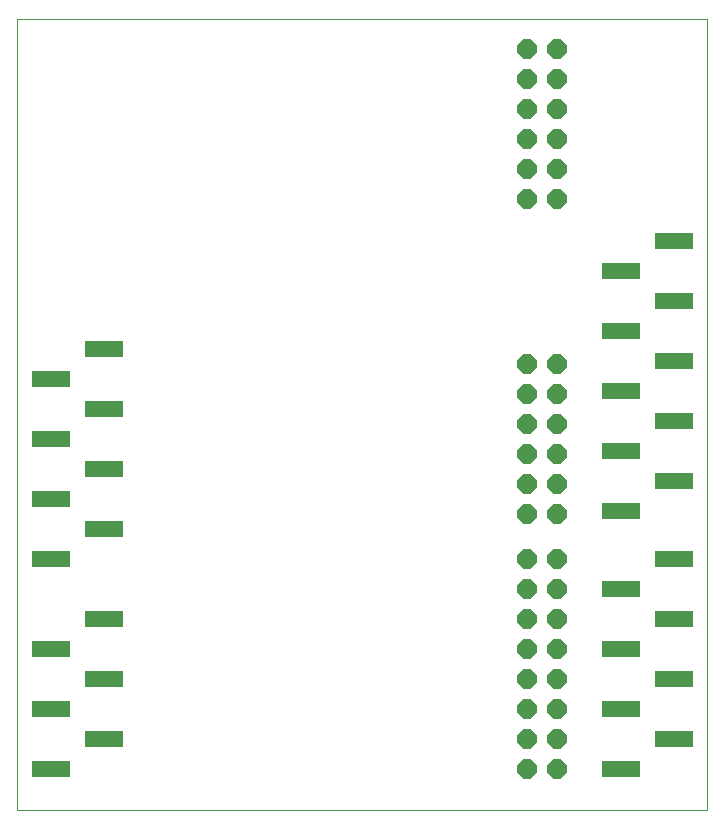
<source format=gbs>
G75*
%MOIN*%
%OFA0B0*%
%FSLAX24Y24*%
%IPPOS*%
%LPD*%
%AMOC8*
5,1,8,0,0,1.08239X$1,22.5*
%
%ADD10C,0.0000*%
%ADD11R,0.1290X0.0540*%
%ADD12OC8,0.0640*%
D10*
X000180Y000310D02*
X023176Y000310D01*
X023176Y026680D01*
X000180Y026680D01*
X000180Y000310D01*
D11*
X001305Y001680D03*
X001305Y003680D03*
X001305Y005680D03*
X003055Y004680D03*
X003055Y006680D03*
X001305Y008680D03*
X001305Y010680D03*
X001305Y012680D03*
X001305Y014680D03*
X003055Y013680D03*
X003055Y011680D03*
X003055Y009680D03*
X003055Y015680D03*
X003055Y002680D03*
X020305Y001680D03*
X020305Y003680D03*
X020305Y005680D03*
X020305Y007680D03*
X022055Y006680D03*
X022055Y004680D03*
X022055Y002680D03*
X022055Y008680D03*
X020305Y010280D03*
X020305Y012280D03*
X020305Y014280D03*
X020305Y016280D03*
X020305Y018280D03*
X022055Y017280D03*
X022055Y019280D03*
X022055Y015280D03*
X022055Y013280D03*
X022055Y011280D03*
D12*
X018180Y011180D03*
X018180Y010180D03*
X017180Y010180D03*
X017180Y011180D03*
X017180Y012180D03*
X017180Y013180D03*
X017180Y014180D03*
X017180Y015180D03*
X018180Y015180D03*
X018180Y014180D03*
X018180Y013180D03*
X018180Y012180D03*
X018180Y008680D03*
X018180Y007680D03*
X018180Y006680D03*
X018180Y005680D03*
X018180Y004680D03*
X018180Y003680D03*
X018180Y002680D03*
X018180Y001680D03*
X017180Y001680D03*
X017180Y002680D03*
X017180Y003680D03*
X017180Y004680D03*
X017180Y005680D03*
X017180Y006680D03*
X017180Y007680D03*
X017180Y008680D03*
X017180Y020680D03*
X017180Y021680D03*
X017180Y022680D03*
X017180Y023680D03*
X017180Y024680D03*
X017180Y025680D03*
X018180Y025680D03*
X018180Y024680D03*
X018180Y023680D03*
X018180Y022680D03*
X018180Y021680D03*
X018180Y020680D03*
M02*

</source>
